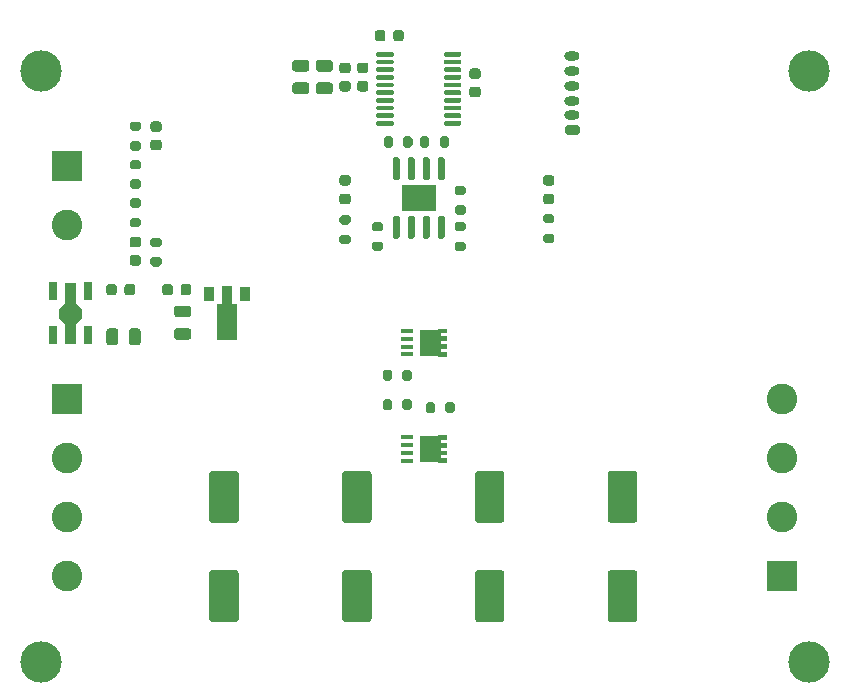
<source format=gbr>
%TF.GenerationSoftware,KiCad,Pcbnew,5.1.10-88a1d61d58~88~ubuntu20.04.1*%
%TF.CreationDate,2021-05-12T04:56:06+02:00*%
%TF.ProjectId,halfVoltageMosfetBoard,68616c66-566f-46c7-9461-67654d6f7366,rev?*%
%TF.SameCoordinates,Original*%
%TF.FileFunction,Soldermask,Top*%
%TF.FilePolarity,Negative*%
%FSLAX46Y46*%
G04 Gerber Fmt 4.6, Leading zero omitted, Abs format (unit mm)*
G04 Created by KiCad (PCBNEW 5.1.10-88a1d61d58~88~ubuntu20.04.1) date 2021-05-12 04:56:06*
%MOMM*%
%LPD*%
G01*
G04 APERTURE LIST*
%ADD10R,2.600000X2.600000*%
%ADD11C,2.600000*%
%ADD12C,3.500000*%
%ADD13O,1.300000X0.800000*%
%ADD14C,0.100000*%
%ADD15R,0.990000X0.405000*%
%ADD16R,0.900000X1.300000*%
%ADD17R,0.700000X1.500000*%
%ADD18R,3.000000X2.290000*%
G04 APERTURE END LIST*
D10*
%TO.C,J2*%
X195750000Y-132000000D03*
D11*
X195750000Y-127000000D03*
X195750000Y-122000000D03*
X195750000Y-117000000D03*
%TD*%
%TO.C,C2*%
G36*
G01*
X140450000Y-112225000D02*
X140450000Y-111275000D01*
G75*
G02*
X140700000Y-111025000I250000J0D01*
G01*
X141200000Y-111025000D01*
G75*
G02*
X141450000Y-111275000I0J-250000D01*
G01*
X141450000Y-112225000D01*
G75*
G02*
X141200000Y-112475000I-250000J0D01*
G01*
X140700000Y-112475000D01*
G75*
G02*
X140450000Y-112225000I0J250000D01*
G01*
G37*
G36*
G01*
X138550000Y-112225000D02*
X138550000Y-111275000D01*
G75*
G02*
X138800000Y-111025000I250000J0D01*
G01*
X139300000Y-111025000D01*
G75*
G02*
X139550000Y-111275000I0J-250000D01*
G01*
X139550000Y-112225000D01*
G75*
G02*
X139300000Y-112475000I-250000J0D01*
G01*
X138800000Y-112475000D01*
G75*
G02*
X138550000Y-112225000I0J250000D01*
G01*
G37*
%TD*%
%TO.C,C3*%
G36*
G01*
X144525000Y-111000000D02*
X145475000Y-111000000D01*
G75*
G02*
X145725000Y-111250000I0J-250000D01*
G01*
X145725000Y-111750000D01*
G75*
G02*
X145475000Y-112000000I-250000J0D01*
G01*
X144525000Y-112000000D01*
G75*
G02*
X144275000Y-111750000I0J250000D01*
G01*
X144275000Y-111250000D01*
G75*
G02*
X144525000Y-111000000I250000J0D01*
G01*
G37*
G36*
G01*
X144525000Y-109100000D02*
X145475000Y-109100000D01*
G75*
G02*
X145725000Y-109350000I0J-250000D01*
G01*
X145725000Y-109850000D01*
G75*
G02*
X145475000Y-110100000I-250000J0D01*
G01*
X144525000Y-110100000D01*
G75*
G02*
X144275000Y-109850000I0J250000D01*
G01*
X144275000Y-109350000D01*
G75*
G02*
X144525000Y-109100000I250000J0D01*
G01*
G37*
%TD*%
%TO.C,C6*%
G36*
G01*
X155475000Y-89300000D02*
X154525000Y-89300000D01*
G75*
G02*
X154275000Y-89050000I0J250000D01*
G01*
X154275000Y-88550000D01*
G75*
G02*
X154525000Y-88300000I250000J0D01*
G01*
X155475000Y-88300000D01*
G75*
G02*
X155725000Y-88550000I0J-250000D01*
G01*
X155725000Y-89050000D01*
G75*
G02*
X155475000Y-89300000I-250000J0D01*
G01*
G37*
G36*
G01*
X155475000Y-91200000D02*
X154525000Y-91200000D01*
G75*
G02*
X154275000Y-90950000I0J250000D01*
G01*
X154275000Y-90450000D01*
G75*
G02*
X154525000Y-90200000I250000J0D01*
G01*
X155475000Y-90200000D01*
G75*
G02*
X155725000Y-90450000I0J-250000D01*
G01*
X155725000Y-90950000D01*
G75*
G02*
X155475000Y-91200000I-250000J0D01*
G01*
G37*
%TD*%
%TO.C,C11*%
G36*
G01*
X157475000Y-89300000D02*
X156525000Y-89300000D01*
G75*
G02*
X156275000Y-89050000I0J250000D01*
G01*
X156275000Y-88550000D01*
G75*
G02*
X156525000Y-88300000I250000J0D01*
G01*
X157475000Y-88300000D01*
G75*
G02*
X157725000Y-88550000I0J-250000D01*
G01*
X157725000Y-89050000D01*
G75*
G02*
X157475000Y-89300000I-250000J0D01*
G01*
G37*
G36*
G01*
X157475000Y-91200000D02*
X156525000Y-91200000D01*
G75*
G02*
X156275000Y-90950000I0J250000D01*
G01*
X156275000Y-90450000D01*
G75*
G02*
X156525000Y-90200000I250000J0D01*
G01*
X157475000Y-90200000D01*
G75*
G02*
X157725000Y-90450000I0J-250000D01*
G01*
X157725000Y-90950000D01*
G75*
G02*
X157475000Y-91200000I-250000J0D01*
G01*
G37*
%TD*%
%TO.C,C15*%
G36*
G01*
X149500000Y-127500000D02*
X147500000Y-127500000D01*
G75*
G02*
X147250000Y-127250000I0J250000D01*
G01*
X147250000Y-123350000D01*
G75*
G02*
X147500000Y-123100000I250000J0D01*
G01*
X149500000Y-123100000D01*
G75*
G02*
X149750000Y-123350000I0J-250000D01*
G01*
X149750000Y-127250000D01*
G75*
G02*
X149500000Y-127500000I-250000J0D01*
G01*
G37*
G36*
G01*
X149500000Y-135900000D02*
X147500000Y-135900000D01*
G75*
G02*
X147250000Y-135650000I0J250000D01*
G01*
X147250000Y-131750000D01*
G75*
G02*
X147500000Y-131500000I250000J0D01*
G01*
X149500000Y-131500000D01*
G75*
G02*
X149750000Y-131750000I0J-250000D01*
G01*
X149750000Y-135650000D01*
G75*
G02*
X149500000Y-135900000I-250000J0D01*
G01*
G37*
%TD*%
%TO.C,C16*%
G36*
G01*
X183250000Y-127500000D02*
X181250000Y-127500000D01*
G75*
G02*
X181000000Y-127250000I0J250000D01*
G01*
X181000000Y-123350000D01*
G75*
G02*
X181250000Y-123100000I250000J0D01*
G01*
X183250000Y-123100000D01*
G75*
G02*
X183500000Y-123350000I0J-250000D01*
G01*
X183500000Y-127250000D01*
G75*
G02*
X183250000Y-127500000I-250000J0D01*
G01*
G37*
G36*
G01*
X183250000Y-135900000D02*
X181250000Y-135900000D01*
G75*
G02*
X181000000Y-135650000I0J250000D01*
G01*
X181000000Y-131750000D01*
G75*
G02*
X181250000Y-131500000I250000J0D01*
G01*
X183250000Y-131500000D01*
G75*
G02*
X183500000Y-131750000I0J-250000D01*
G01*
X183500000Y-135650000D01*
G75*
G02*
X183250000Y-135900000I-250000J0D01*
G01*
G37*
%TD*%
%TO.C,C17*%
G36*
G01*
X172000000Y-127500000D02*
X170000000Y-127500000D01*
G75*
G02*
X169750000Y-127250000I0J250000D01*
G01*
X169750000Y-123350000D01*
G75*
G02*
X170000000Y-123100000I250000J0D01*
G01*
X172000000Y-123100000D01*
G75*
G02*
X172250000Y-123350000I0J-250000D01*
G01*
X172250000Y-127250000D01*
G75*
G02*
X172000000Y-127500000I-250000J0D01*
G01*
G37*
G36*
G01*
X172000000Y-135900000D02*
X170000000Y-135900000D01*
G75*
G02*
X169750000Y-135650000I0J250000D01*
G01*
X169750000Y-131750000D01*
G75*
G02*
X170000000Y-131500000I250000J0D01*
G01*
X172000000Y-131500000D01*
G75*
G02*
X172250000Y-131750000I0J-250000D01*
G01*
X172250000Y-135650000D01*
G75*
G02*
X172000000Y-135900000I-250000J0D01*
G01*
G37*
%TD*%
%TO.C,C18*%
G36*
G01*
X160750000Y-127500000D02*
X158750000Y-127500000D01*
G75*
G02*
X158500000Y-127250000I0J250000D01*
G01*
X158500000Y-123350000D01*
G75*
G02*
X158750000Y-123100000I250000J0D01*
G01*
X160750000Y-123100000D01*
G75*
G02*
X161000000Y-123350000I0J-250000D01*
G01*
X161000000Y-127250000D01*
G75*
G02*
X160750000Y-127500000I-250000J0D01*
G01*
G37*
G36*
G01*
X160750000Y-135900000D02*
X158750000Y-135900000D01*
G75*
G02*
X158500000Y-135650000I0J250000D01*
G01*
X158500000Y-131750000D01*
G75*
G02*
X158750000Y-131500000I250000J0D01*
G01*
X160750000Y-131500000D01*
G75*
G02*
X161000000Y-131750000I0J-250000D01*
G01*
X161000000Y-135650000D01*
G75*
G02*
X160750000Y-135900000I-250000J0D01*
G01*
G37*
%TD*%
%TO.C,D1*%
G36*
G01*
X176256250Y-98937500D02*
X175743750Y-98937500D01*
G75*
G02*
X175525000Y-98718750I0J218750D01*
G01*
X175525000Y-98281250D01*
G75*
G02*
X175743750Y-98062500I218750J0D01*
G01*
X176256250Y-98062500D01*
G75*
G02*
X176475000Y-98281250I0J-218750D01*
G01*
X176475000Y-98718750D01*
G75*
G02*
X176256250Y-98937500I-218750J0D01*
G01*
G37*
G36*
G01*
X176256250Y-100512500D02*
X175743750Y-100512500D01*
G75*
G02*
X175525000Y-100293750I0J218750D01*
G01*
X175525000Y-99856250D01*
G75*
G02*
X175743750Y-99637500I218750J0D01*
G01*
X176256250Y-99637500D01*
G75*
G02*
X176475000Y-99856250I0J-218750D01*
G01*
X176475000Y-100293750D01*
G75*
G02*
X176256250Y-100512500I-218750J0D01*
G01*
G37*
%TD*%
%TO.C,D2*%
G36*
G01*
X159006250Y-98937500D02*
X158493750Y-98937500D01*
G75*
G02*
X158275000Y-98718750I0J218750D01*
G01*
X158275000Y-98281250D01*
G75*
G02*
X158493750Y-98062500I218750J0D01*
G01*
X159006250Y-98062500D01*
G75*
G02*
X159225000Y-98281250I0J-218750D01*
G01*
X159225000Y-98718750D01*
G75*
G02*
X159006250Y-98937500I-218750J0D01*
G01*
G37*
G36*
G01*
X159006250Y-100512500D02*
X158493750Y-100512500D01*
G75*
G02*
X158275000Y-100293750I0J218750D01*
G01*
X158275000Y-99856250D01*
G75*
G02*
X158493750Y-99637500I218750J0D01*
G01*
X159006250Y-99637500D01*
G75*
G02*
X159225000Y-99856250I0J-218750D01*
G01*
X159225000Y-100293750D01*
G75*
G02*
X159006250Y-100512500I-218750J0D01*
G01*
G37*
%TD*%
D12*
%TO.C,H1*%
X198000000Y-139250000D03*
%TD*%
%TO.C,H2*%
X198000000Y-89250000D03*
%TD*%
%TO.C,H3*%
X133000000Y-139250000D03*
%TD*%
%TO.C,H4*%
X133000000Y-89250000D03*
%TD*%
D11*
%TO.C,J5*%
X135250000Y-102250000D03*
D10*
X135250000Y-97250000D03*
%TD*%
D13*
%TO.C,J_SWD1*%
X178000000Y-88000000D03*
X178000000Y-89250000D03*
X178000000Y-90500000D03*
X178000000Y-91750000D03*
X178000000Y-93000000D03*
G36*
G01*
X178450000Y-94650000D02*
X177550000Y-94650000D01*
G75*
G02*
X177350000Y-94450000I0J200000D01*
G01*
X177350000Y-94050000D01*
G75*
G02*
X177550000Y-93850000I200000J0D01*
G01*
X178450000Y-93850000D01*
G75*
G02*
X178650000Y-94050000I0J-200000D01*
G01*
X178650000Y-94450000D01*
G75*
G02*
X178450000Y-94650000I-200000J0D01*
G01*
G37*
%TD*%
D14*
%TO.C,Q1*%
G36*
X167372500Y-111462500D02*
G01*
X166862500Y-111462500D01*
X166862500Y-111717500D01*
X167372500Y-111717500D01*
X167372500Y-112122500D01*
X166862500Y-112122500D01*
X166862500Y-112377500D01*
X167372500Y-112377500D01*
X167372500Y-112782500D01*
X166862500Y-112782500D01*
X166862500Y-113037500D01*
X167372500Y-113037500D01*
X167372500Y-113445000D01*
X166612500Y-113445000D01*
X166612500Y-113367500D01*
X165137500Y-113367500D01*
X165137500Y-111132500D01*
X166612500Y-111132500D01*
X166612500Y-111055000D01*
X167372500Y-111055000D01*
X167372500Y-111462500D01*
G37*
D15*
X164007500Y-113240000D03*
X164007500Y-112580000D03*
X164007500Y-111920000D03*
X164007500Y-111260000D03*
%TD*%
D14*
%TO.C,Q2*%
G36*
X167372500Y-120462500D02*
G01*
X166862500Y-120462500D01*
X166862500Y-120717500D01*
X167372500Y-120717500D01*
X167372500Y-121122500D01*
X166862500Y-121122500D01*
X166862500Y-121377500D01*
X167372500Y-121377500D01*
X167372500Y-121782500D01*
X166862500Y-121782500D01*
X166862500Y-122037500D01*
X167372500Y-122037500D01*
X167372500Y-122445000D01*
X166612500Y-122445000D01*
X166612500Y-122367500D01*
X165137500Y-122367500D01*
X165137500Y-120132500D01*
X166612500Y-120132500D01*
X166612500Y-120055000D01*
X167372500Y-120055000D01*
X167372500Y-120462500D01*
G37*
D15*
X164007500Y-122240000D03*
X164007500Y-121580000D03*
X164007500Y-120920000D03*
X164007500Y-120260000D03*
%TD*%
%TO.C,R1*%
G36*
G01*
X140725000Y-101675000D02*
X141275000Y-101675000D01*
G75*
G02*
X141475000Y-101875000I0J-200000D01*
G01*
X141475000Y-102275000D01*
G75*
G02*
X141275000Y-102475000I-200000J0D01*
G01*
X140725000Y-102475000D01*
G75*
G02*
X140525000Y-102275000I0J200000D01*
G01*
X140525000Y-101875000D01*
G75*
G02*
X140725000Y-101675000I200000J0D01*
G01*
G37*
G36*
G01*
X140725000Y-100025000D02*
X141275000Y-100025000D01*
G75*
G02*
X141475000Y-100225000I0J-200000D01*
G01*
X141475000Y-100625000D01*
G75*
G02*
X141275000Y-100825000I-200000J0D01*
G01*
X140725000Y-100825000D01*
G75*
G02*
X140525000Y-100625000I0J200000D01*
G01*
X140525000Y-100225000D01*
G75*
G02*
X140725000Y-100025000I200000J0D01*
G01*
G37*
%TD*%
%TO.C,R2*%
G36*
G01*
X142475000Y-105000000D02*
X143025000Y-105000000D01*
G75*
G02*
X143225000Y-105200000I0J-200000D01*
G01*
X143225000Y-105600000D01*
G75*
G02*
X143025000Y-105800000I-200000J0D01*
G01*
X142475000Y-105800000D01*
G75*
G02*
X142275000Y-105600000I0J200000D01*
G01*
X142275000Y-105200000D01*
G75*
G02*
X142475000Y-105000000I200000J0D01*
G01*
G37*
G36*
G01*
X142475000Y-103350000D02*
X143025000Y-103350000D01*
G75*
G02*
X143225000Y-103550000I0J-200000D01*
G01*
X143225000Y-103950000D01*
G75*
G02*
X143025000Y-104150000I-200000J0D01*
G01*
X142475000Y-104150000D01*
G75*
G02*
X142275000Y-103950000I0J200000D01*
G01*
X142275000Y-103550000D01*
G75*
G02*
X142475000Y-103350000I200000J0D01*
G01*
G37*
%TD*%
%TO.C,R3*%
G36*
G01*
X141275000Y-97575000D02*
X140725000Y-97575000D01*
G75*
G02*
X140525000Y-97375000I0J200000D01*
G01*
X140525000Y-96975000D01*
G75*
G02*
X140725000Y-96775000I200000J0D01*
G01*
X141275000Y-96775000D01*
G75*
G02*
X141475000Y-96975000I0J-200000D01*
G01*
X141475000Y-97375000D01*
G75*
G02*
X141275000Y-97575000I-200000J0D01*
G01*
G37*
G36*
G01*
X141275000Y-99225000D02*
X140725000Y-99225000D01*
G75*
G02*
X140525000Y-99025000I0J200000D01*
G01*
X140525000Y-98625000D01*
G75*
G02*
X140725000Y-98425000I200000J0D01*
G01*
X141275000Y-98425000D01*
G75*
G02*
X141475000Y-98625000I0J-200000D01*
G01*
X141475000Y-99025000D01*
G75*
G02*
X141275000Y-99225000I-200000J0D01*
G01*
G37*
%TD*%
%TO.C,R4*%
G36*
G01*
X141275000Y-94325000D02*
X140725000Y-94325000D01*
G75*
G02*
X140525000Y-94125000I0J200000D01*
G01*
X140525000Y-93725000D01*
G75*
G02*
X140725000Y-93525000I200000J0D01*
G01*
X141275000Y-93525000D01*
G75*
G02*
X141475000Y-93725000I0J-200000D01*
G01*
X141475000Y-94125000D01*
G75*
G02*
X141275000Y-94325000I-200000J0D01*
G01*
G37*
G36*
G01*
X141275000Y-95975000D02*
X140725000Y-95975000D01*
G75*
G02*
X140525000Y-95775000I0J200000D01*
G01*
X140525000Y-95375000D01*
G75*
G02*
X140725000Y-95175000I200000J0D01*
G01*
X141275000Y-95175000D01*
G75*
G02*
X141475000Y-95375000I0J-200000D01*
G01*
X141475000Y-95775000D01*
G75*
G02*
X141275000Y-95975000I-200000J0D01*
G01*
G37*
%TD*%
%TO.C,R5*%
G36*
G01*
X168225000Y-100600000D02*
X168775000Y-100600000D01*
G75*
G02*
X168975000Y-100800000I0J-200000D01*
G01*
X168975000Y-101200000D01*
G75*
G02*
X168775000Y-101400000I-200000J0D01*
G01*
X168225000Y-101400000D01*
G75*
G02*
X168025000Y-101200000I0J200000D01*
G01*
X168025000Y-100800000D01*
G75*
G02*
X168225000Y-100600000I200000J0D01*
G01*
G37*
G36*
G01*
X168225000Y-98950000D02*
X168775000Y-98950000D01*
G75*
G02*
X168975000Y-99150000I0J-200000D01*
G01*
X168975000Y-99550000D01*
G75*
G02*
X168775000Y-99750000I-200000J0D01*
G01*
X168225000Y-99750000D01*
G75*
G02*
X168025000Y-99550000I0J200000D01*
G01*
X168025000Y-99150000D01*
G75*
G02*
X168225000Y-98950000I200000J0D01*
G01*
G37*
%TD*%
%TO.C,R6*%
G36*
G01*
X175725000Y-103000000D02*
X176275000Y-103000000D01*
G75*
G02*
X176475000Y-103200000I0J-200000D01*
G01*
X176475000Y-103600000D01*
G75*
G02*
X176275000Y-103800000I-200000J0D01*
G01*
X175725000Y-103800000D01*
G75*
G02*
X175525000Y-103600000I0J200000D01*
G01*
X175525000Y-103200000D01*
G75*
G02*
X175725000Y-103000000I200000J0D01*
G01*
G37*
G36*
G01*
X175725000Y-101350000D02*
X176275000Y-101350000D01*
G75*
G02*
X176475000Y-101550000I0J-200000D01*
G01*
X176475000Y-101950000D01*
G75*
G02*
X176275000Y-102150000I-200000J0D01*
G01*
X175725000Y-102150000D01*
G75*
G02*
X175525000Y-101950000I0J200000D01*
G01*
X175525000Y-101550000D01*
G75*
G02*
X175725000Y-101350000I200000J0D01*
G01*
G37*
%TD*%
%TO.C,R7*%
G36*
G01*
X158475000Y-103100000D02*
X159025000Y-103100000D01*
G75*
G02*
X159225000Y-103300000I0J-200000D01*
G01*
X159225000Y-103700000D01*
G75*
G02*
X159025000Y-103900000I-200000J0D01*
G01*
X158475000Y-103900000D01*
G75*
G02*
X158275000Y-103700000I0J200000D01*
G01*
X158275000Y-103300000D01*
G75*
G02*
X158475000Y-103100000I200000J0D01*
G01*
G37*
G36*
G01*
X158475000Y-101450000D02*
X159025000Y-101450000D01*
G75*
G02*
X159225000Y-101650000I0J-200000D01*
G01*
X159225000Y-102050000D01*
G75*
G02*
X159025000Y-102250000I-200000J0D01*
G01*
X158475000Y-102250000D01*
G75*
G02*
X158275000Y-102050000I0J200000D01*
G01*
X158275000Y-101650000D01*
G75*
G02*
X158475000Y-101450000I200000J0D01*
G01*
G37*
%TD*%
%TO.C,R8*%
G36*
G01*
X166750000Y-95525000D02*
X166750000Y-94975000D01*
G75*
G02*
X166950000Y-94775000I200000J0D01*
G01*
X167350000Y-94775000D01*
G75*
G02*
X167550000Y-94975000I0J-200000D01*
G01*
X167550000Y-95525000D01*
G75*
G02*
X167350000Y-95725000I-200000J0D01*
G01*
X166950000Y-95725000D01*
G75*
G02*
X166750000Y-95525000I0J200000D01*
G01*
G37*
G36*
G01*
X165100000Y-95525000D02*
X165100000Y-94975000D01*
G75*
G02*
X165300000Y-94775000I200000J0D01*
G01*
X165700000Y-94775000D01*
G75*
G02*
X165900000Y-94975000I0J-200000D01*
G01*
X165900000Y-95525000D01*
G75*
G02*
X165700000Y-95725000I-200000J0D01*
G01*
X165300000Y-95725000D01*
G75*
G02*
X165100000Y-95525000I0J200000D01*
G01*
G37*
%TD*%
%TO.C,R9*%
G36*
G01*
X162825000Y-94975000D02*
X162825000Y-95525000D01*
G75*
G02*
X162625000Y-95725000I-200000J0D01*
G01*
X162225000Y-95725000D01*
G75*
G02*
X162025000Y-95525000I0J200000D01*
G01*
X162025000Y-94975000D01*
G75*
G02*
X162225000Y-94775000I200000J0D01*
G01*
X162625000Y-94775000D01*
G75*
G02*
X162825000Y-94975000I0J-200000D01*
G01*
G37*
G36*
G01*
X164475000Y-94975000D02*
X164475000Y-95525000D01*
G75*
G02*
X164275000Y-95725000I-200000J0D01*
G01*
X163875000Y-95725000D01*
G75*
G02*
X163675000Y-95525000I0J200000D01*
G01*
X163675000Y-94975000D01*
G75*
G02*
X163875000Y-94775000I200000J0D01*
G01*
X164275000Y-94775000D01*
G75*
G02*
X164475000Y-94975000I0J-200000D01*
G01*
G37*
%TD*%
%TO.C,R10*%
G36*
G01*
X162750000Y-114725000D02*
X162750000Y-115275000D01*
G75*
G02*
X162550000Y-115475000I-200000J0D01*
G01*
X162150000Y-115475000D01*
G75*
G02*
X161950000Y-115275000I0J200000D01*
G01*
X161950000Y-114725000D01*
G75*
G02*
X162150000Y-114525000I200000J0D01*
G01*
X162550000Y-114525000D01*
G75*
G02*
X162750000Y-114725000I0J-200000D01*
G01*
G37*
G36*
G01*
X164400000Y-114725000D02*
X164400000Y-115275000D01*
G75*
G02*
X164200000Y-115475000I-200000J0D01*
G01*
X163800000Y-115475000D01*
G75*
G02*
X163600000Y-115275000I0J200000D01*
G01*
X163600000Y-114725000D01*
G75*
G02*
X163800000Y-114525000I200000J0D01*
G01*
X164200000Y-114525000D01*
G75*
G02*
X164400000Y-114725000I0J-200000D01*
G01*
G37*
%TD*%
%TO.C,R11*%
G36*
G01*
X163600000Y-117775000D02*
X163600000Y-117225000D01*
G75*
G02*
X163800000Y-117025000I200000J0D01*
G01*
X164200000Y-117025000D01*
G75*
G02*
X164400000Y-117225000I0J-200000D01*
G01*
X164400000Y-117775000D01*
G75*
G02*
X164200000Y-117975000I-200000J0D01*
G01*
X163800000Y-117975000D01*
G75*
G02*
X163600000Y-117775000I0J200000D01*
G01*
G37*
G36*
G01*
X161950000Y-117775000D02*
X161950000Y-117225000D01*
G75*
G02*
X162150000Y-117025000I200000J0D01*
G01*
X162550000Y-117025000D01*
G75*
G02*
X162750000Y-117225000I0J-200000D01*
G01*
X162750000Y-117775000D01*
G75*
G02*
X162550000Y-117975000I-200000J0D01*
G01*
X162150000Y-117975000D01*
G75*
G02*
X161950000Y-117775000I0J200000D01*
G01*
G37*
%TD*%
%TO.C,R12*%
G36*
G01*
X161225000Y-103675000D02*
X161775000Y-103675000D01*
G75*
G02*
X161975000Y-103875000I0J-200000D01*
G01*
X161975000Y-104275000D01*
G75*
G02*
X161775000Y-104475000I-200000J0D01*
G01*
X161225000Y-104475000D01*
G75*
G02*
X161025000Y-104275000I0J200000D01*
G01*
X161025000Y-103875000D01*
G75*
G02*
X161225000Y-103675000I200000J0D01*
G01*
G37*
G36*
G01*
X161225000Y-102025000D02*
X161775000Y-102025000D01*
G75*
G02*
X161975000Y-102225000I0J-200000D01*
G01*
X161975000Y-102625000D01*
G75*
G02*
X161775000Y-102825000I-200000J0D01*
G01*
X161225000Y-102825000D01*
G75*
G02*
X161025000Y-102625000I0J200000D01*
G01*
X161025000Y-102225000D01*
G75*
G02*
X161225000Y-102025000I200000J0D01*
G01*
G37*
%TD*%
%TO.C,R13*%
G36*
G01*
X168775000Y-102825000D02*
X168225000Y-102825000D01*
G75*
G02*
X168025000Y-102625000I0J200000D01*
G01*
X168025000Y-102225000D01*
G75*
G02*
X168225000Y-102025000I200000J0D01*
G01*
X168775000Y-102025000D01*
G75*
G02*
X168975000Y-102225000I0J-200000D01*
G01*
X168975000Y-102625000D01*
G75*
G02*
X168775000Y-102825000I-200000J0D01*
G01*
G37*
G36*
G01*
X168775000Y-104475000D02*
X168225000Y-104475000D01*
G75*
G02*
X168025000Y-104275000I0J200000D01*
G01*
X168025000Y-103875000D01*
G75*
G02*
X168225000Y-103675000I200000J0D01*
G01*
X168775000Y-103675000D01*
G75*
G02*
X168975000Y-103875000I0J-200000D01*
G01*
X168975000Y-104275000D01*
G75*
G02*
X168775000Y-104475000I-200000J0D01*
G01*
G37*
%TD*%
%TO.C,TH1*%
G36*
G01*
X167250000Y-118025000D02*
X167250000Y-117475000D01*
G75*
G02*
X167450000Y-117275000I200000J0D01*
G01*
X167850000Y-117275000D01*
G75*
G02*
X168050000Y-117475000I0J-200000D01*
G01*
X168050000Y-118025000D01*
G75*
G02*
X167850000Y-118225000I-200000J0D01*
G01*
X167450000Y-118225000D01*
G75*
G02*
X167250000Y-118025000I0J200000D01*
G01*
G37*
G36*
G01*
X165600000Y-118025000D02*
X165600000Y-117475000D01*
G75*
G02*
X165800000Y-117275000I200000J0D01*
G01*
X166200000Y-117275000D01*
G75*
G02*
X166400000Y-117475000I0J-200000D01*
G01*
X166400000Y-118025000D01*
G75*
G02*
X166200000Y-118225000I-200000J0D01*
G01*
X165800000Y-118225000D01*
G75*
G02*
X165600000Y-118025000I0J200000D01*
G01*
G37*
%TD*%
%TO.C,U1*%
G36*
G01*
X167125000Y-87925000D02*
X167125000Y-87725000D01*
G75*
G02*
X167225000Y-87625000I100000J0D01*
G01*
X168500000Y-87625000D01*
G75*
G02*
X168600000Y-87725000I0J-100000D01*
G01*
X168600000Y-87925000D01*
G75*
G02*
X168500000Y-88025000I-100000J0D01*
G01*
X167225000Y-88025000D01*
G75*
G02*
X167125000Y-87925000I0J100000D01*
G01*
G37*
G36*
G01*
X167125000Y-88575000D02*
X167125000Y-88375000D01*
G75*
G02*
X167225000Y-88275000I100000J0D01*
G01*
X168500000Y-88275000D01*
G75*
G02*
X168600000Y-88375000I0J-100000D01*
G01*
X168600000Y-88575000D01*
G75*
G02*
X168500000Y-88675000I-100000J0D01*
G01*
X167225000Y-88675000D01*
G75*
G02*
X167125000Y-88575000I0J100000D01*
G01*
G37*
G36*
G01*
X167125000Y-89225000D02*
X167125000Y-89025000D01*
G75*
G02*
X167225000Y-88925000I100000J0D01*
G01*
X168500000Y-88925000D01*
G75*
G02*
X168600000Y-89025000I0J-100000D01*
G01*
X168600000Y-89225000D01*
G75*
G02*
X168500000Y-89325000I-100000J0D01*
G01*
X167225000Y-89325000D01*
G75*
G02*
X167125000Y-89225000I0J100000D01*
G01*
G37*
G36*
G01*
X167125000Y-89875000D02*
X167125000Y-89675000D01*
G75*
G02*
X167225000Y-89575000I100000J0D01*
G01*
X168500000Y-89575000D01*
G75*
G02*
X168600000Y-89675000I0J-100000D01*
G01*
X168600000Y-89875000D01*
G75*
G02*
X168500000Y-89975000I-100000J0D01*
G01*
X167225000Y-89975000D01*
G75*
G02*
X167125000Y-89875000I0J100000D01*
G01*
G37*
G36*
G01*
X167125000Y-90525000D02*
X167125000Y-90325000D01*
G75*
G02*
X167225000Y-90225000I100000J0D01*
G01*
X168500000Y-90225000D01*
G75*
G02*
X168600000Y-90325000I0J-100000D01*
G01*
X168600000Y-90525000D01*
G75*
G02*
X168500000Y-90625000I-100000J0D01*
G01*
X167225000Y-90625000D01*
G75*
G02*
X167125000Y-90525000I0J100000D01*
G01*
G37*
G36*
G01*
X167125000Y-91175000D02*
X167125000Y-90975000D01*
G75*
G02*
X167225000Y-90875000I100000J0D01*
G01*
X168500000Y-90875000D01*
G75*
G02*
X168600000Y-90975000I0J-100000D01*
G01*
X168600000Y-91175000D01*
G75*
G02*
X168500000Y-91275000I-100000J0D01*
G01*
X167225000Y-91275000D01*
G75*
G02*
X167125000Y-91175000I0J100000D01*
G01*
G37*
G36*
G01*
X167125000Y-91825000D02*
X167125000Y-91625000D01*
G75*
G02*
X167225000Y-91525000I100000J0D01*
G01*
X168500000Y-91525000D01*
G75*
G02*
X168600000Y-91625000I0J-100000D01*
G01*
X168600000Y-91825000D01*
G75*
G02*
X168500000Y-91925000I-100000J0D01*
G01*
X167225000Y-91925000D01*
G75*
G02*
X167125000Y-91825000I0J100000D01*
G01*
G37*
G36*
G01*
X167125000Y-92475000D02*
X167125000Y-92275000D01*
G75*
G02*
X167225000Y-92175000I100000J0D01*
G01*
X168500000Y-92175000D01*
G75*
G02*
X168600000Y-92275000I0J-100000D01*
G01*
X168600000Y-92475000D01*
G75*
G02*
X168500000Y-92575000I-100000J0D01*
G01*
X167225000Y-92575000D01*
G75*
G02*
X167125000Y-92475000I0J100000D01*
G01*
G37*
G36*
G01*
X167125000Y-93125000D02*
X167125000Y-92925000D01*
G75*
G02*
X167225000Y-92825000I100000J0D01*
G01*
X168500000Y-92825000D01*
G75*
G02*
X168600000Y-92925000I0J-100000D01*
G01*
X168600000Y-93125000D01*
G75*
G02*
X168500000Y-93225000I-100000J0D01*
G01*
X167225000Y-93225000D01*
G75*
G02*
X167125000Y-93125000I0J100000D01*
G01*
G37*
G36*
G01*
X167125000Y-93775000D02*
X167125000Y-93575000D01*
G75*
G02*
X167225000Y-93475000I100000J0D01*
G01*
X168500000Y-93475000D01*
G75*
G02*
X168600000Y-93575000I0J-100000D01*
G01*
X168600000Y-93775000D01*
G75*
G02*
X168500000Y-93875000I-100000J0D01*
G01*
X167225000Y-93875000D01*
G75*
G02*
X167125000Y-93775000I0J100000D01*
G01*
G37*
G36*
G01*
X161400000Y-93775000D02*
X161400000Y-93575000D01*
G75*
G02*
X161500000Y-93475000I100000J0D01*
G01*
X162775000Y-93475000D01*
G75*
G02*
X162875000Y-93575000I0J-100000D01*
G01*
X162875000Y-93775000D01*
G75*
G02*
X162775000Y-93875000I-100000J0D01*
G01*
X161500000Y-93875000D01*
G75*
G02*
X161400000Y-93775000I0J100000D01*
G01*
G37*
G36*
G01*
X161400000Y-93125000D02*
X161400000Y-92925000D01*
G75*
G02*
X161500000Y-92825000I100000J0D01*
G01*
X162775000Y-92825000D01*
G75*
G02*
X162875000Y-92925000I0J-100000D01*
G01*
X162875000Y-93125000D01*
G75*
G02*
X162775000Y-93225000I-100000J0D01*
G01*
X161500000Y-93225000D01*
G75*
G02*
X161400000Y-93125000I0J100000D01*
G01*
G37*
G36*
G01*
X161400000Y-92475000D02*
X161400000Y-92275000D01*
G75*
G02*
X161500000Y-92175000I100000J0D01*
G01*
X162775000Y-92175000D01*
G75*
G02*
X162875000Y-92275000I0J-100000D01*
G01*
X162875000Y-92475000D01*
G75*
G02*
X162775000Y-92575000I-100000J0D01*
G01*
X161500000Y-92575000D01*
G75*
G02*
X161400000Y-92475000I0J100000D01*
G01*
G37*
G36*
G01*
X161400000Y-91825000D02*
X161400000Y-91625000D01*
G75*
G02*
X161500000Y-91525000I100000J0D01*
G01*
X162775000Y-91525000D01*
G75*
G02*
X162875000Y-91625000I0J-100000D01*
G01*
X162875000Y-91825000D01*
G75*
G02*
X162775000Y-91925000I-100000J0D01*
G01*
X161500000Y-91925000D01*
G75*
G02*
X161400000Y-91825000I0J100000D01*
G01*
G37*
G36*
G01*
X161400000Y-91175000D02*
X161400000Y-90975000D01*
G75*
G02*
X161500000Y-90875000I100000J0D01*
G01*
X162775000Y-90875000D01*
G75*
G02*
X162875000Y-90975000I0J-100000D01*
G01*
X162875000Y-91175000D01*
G75*
G02*
X162775000Y-91275000I-100000J0D01*
G01*
X161500000Y-91275000D01*
G75*
G02*
X161400000Y-91175000I0J100000D01*
G01*
G37*
G36*
G01*
X161400000Y-90525000D02*
X161400000Y-90325000D01*
G75*
G02*
X161500000Y-90225000I100000J0D01*
G01*
X162775000Y-90225000D01*
G75*
G02*
X162875000Y-90325000I0J-100000D01*
G01*
X162875000Y-90525000D01*
G75*
G02*
X162775000Y-90625000I-100000J0D01*
G01*
X161500000Y-90625000D01*
G75*
G02*
X161400000Y-90525000I0J100000D01*
G01*
G37*
G36*
G01*
X161400000Y-89875000D02*
X161400000Y-89675000D01*
G75*
G02*
X161500000Y-89575000I100000J0D01*
G01*
X162775000Y-89575000D01*
G75*
G02*
X162875000Y-89675000I0J-100000D01*
G01*
X162875000Y-89875000D01*
G75*
G02*
X162775000Y-89975000I-100000J0D01*
G01*
X161500000Y-89975000D01*
G75*
G02*
X161400000Y-89875000I0J100000D01*
G01*
G37*
G36*
G01*
X161400000Y-89225000D02*
X161400000Y-89025000D01*
G75*
G02*
X161500000Y-88925000I100000J0D01*
G01*
X162775000Y-88925000D01*
G75*
G02*
X162875000Y-89025000I0J-100000D01*
G01*
X162875000Y-89225000D01*
G75*
G02*
X162775000Y-89325000I-100000J0D01*
G01*
X161500000Y-89325000D01*
G75*
G02*
X161400000Y-89225000I0J100000D01*
G01*
G37*
G36*
G01*
X161400000Y-88575000D02*
X161400000Y-88375000D01*
G75*
G02*
X161500000Y-88275000I100000J0D01*
G01*
X162775000Y-88275000D01*
G75*
G02*
X162875000Y-88375000I0J-100000D01*
G01*
X162875000Y-88575000D01*
G75*
G02*
X162775000Y-88675000I-100000J0D01*
G01*
X161500000Y-88675000D01*
G75*
G02*
X161400000Y-88575000I0J100000D01*
G01*
G37*
G36*
G01*
X161400000Y-87925000D02*
X161400000Y-87725000D01*
G75*
G02*
X161500000Y-87625000I100000J0D01*
G01*
X162775000Y-87625000D01*
G75*
G02*
X162875000Y-87725000I0J-100000D01*
G01*
X162875000Y-87925000D01*
G75*
G02*
X162775000Y-88025000I-100000J0D01*
G01*
X161500000Y-88025000D01*
G75*
G02*
X161400000Y-87925000I0J100000D01*
G01*
G37*
%TD*%
D14*
%TO.C,U2*%
G36*
X147883500Y-112050000D02*
G01*
X147883500Y-108925000D01*
X148300000Y-108925000D01*
X148300000Y-107450000D01*
X149200000Y-107450000D01*
X149200000Y-108925000D01*
X149616500Y-108925000D01*
X149616500Y-112050000D01*
X147883500Y-112050000D01*
G37*
D16*
X147250000Y-108100000D03*
X150250000Y-108100000D03*
%TD*%
D14*
%TO.C,U3*%
G36*
X136000000Y-110650000D02*
G01*
X136000000Y-112350000D01*
X135000000Y-112350000D01*
X135000000Y-110650000D01*
X134500000Y-110150000D01*
X134500000Y-109350000D01*
X135000000Y-108850000D01*
X135000000Y-107150000D01*
X136000000Y-107150000D01*
X136000000Y-108850000D01*
X136500000Y-109350000D01*
X136500000Y-110150000D01*
X136000000Y-110650000D01*
G37*
D17*
X134000000Y-107900000D03*
X137000000Y-107900000D03*
X134000000Y-111600000D03*
X137000000Y-111600000D03*
%TD*%
D18*
%TO.C,U4*%
X165000000Y-100000000D03*
G36*
G01*
X166755000Y-101500000D02*
X167055000Y-101500000D01*
G75*
G02*
X167205000Y-101650000I0J-150000D01*
G01*
X167205000Y-103300000D01*
G75*
G02*
X167055000Y-103450000I-150000J0D01*
G01*
X166755000Y-103450000D01*
G75*
G02*
X166605000Y-103300000I0J150000D01*
G01*
X166605000Y-101650000D01*
G75*
G02*
X166755000Y-101500000I150000J0D01*
G01*
G37*
G36*
G01*
X165485000Y-101500000D02*
X165785000Y-101500000D01*
G75*
G02*
X165935000Y-101650000I0J-150000D01*
G01*
X165935000Y-103300000D01*
G75*
G02*
X165785000Y-103450000I-150000J0D01*
G01*
X165485000Y-103450000D01*
G75*
G02*
X165335000Y-103300000I0J150000D01*
G01*
X165335000Y-101650000D01*
G75*
G02*
X165485000Y-101500000I150000J0D01*
G01*
G37*
G36*
G01*
X164215000Y-101500000D02*
X164515000Y-101500000D01*
G75*
G02*
X164665000Y-101650000I0J-150000D01*
G01*
X164665000Y-103300000D01*
G75*
G02*
X164515000Y-103450000I-150000J0D01*
G01*
X164215000Y-103450000D01*
G75*
G02*
X164065000Y-103300000I0J150000D01*
G01*
X164065000Y-101650000D01*
G75*
G02*
X164215000Y-101500000I150000J0D01*
G01*
G37*
G36*
G01*
X162945000Y-101500000D02*
X163245000Y-101500000D01*
G75*
G02*
X163395000Y-101650000I0J-150000D01*
G01*
X163395000Y-103300000D01*
G75*
G02*
X163245000Y-103450000I-150000J0D01*
G01*
X162945000Y-103450000D01*
G75*
G02*
X162795000Y-103300000I0J150000D01*
G01*
X162795000Y-101650000D01*
G75*
G02*
X162945000Y-101500000I150000J0D01*
G01*
G37*
G36*
G01*
X162945000Y-96550000D02*
X163245000Y-96550000D01*
G75*
G02*
X163395000Y-96700000I0J-150000D01*
G01*
X163395000Y-98350000D01*
G75*
G02*
X163245000Y-98500000I-150000J0D01*
G01*
X162945000Y-98500000D01*
G75*
G02*
X162795000Y-98350000I0J150000D01*
G01*
X162795000Y-96700000D01*
G75*
G02*
X162945000Y-96550000I150000J0D01*
G01*
G37*
G36*
G01*
X164215000Y-96550000D02*
X164515000Y-96550000D01*
G75*
G02*
X164665000Y-96700000I0J-150000D01*
G01*
X164665000Y-98350000D01*
G75*
G02*
X164515000Y-98500000I-150000J0D01*
G01*
X164215000Y-98500000D01*
G75*
G02*
X164065000Y-98350000I0J150000D01*
G01*
X164065000Y-96700000D01*
G75*
G02*
X164215000Y-96550000I150000J0D01*
G01*
G37*
G36*
G01*
X165485000Y-96550000D02*
X165785000Y-96550000D01*
G75*
G02*
X165935000Y-96700000I0J-150000D01*
G01*
X165935000Y-98350000D01*
G75*
G02*
X165785000Y-98500000I-150000J0D01*
G01*
X165485000Y-98500000D01*
G75*
G02*
X165335000Y-98350000I0J150000D01*
G01*
X165335000Y-96700000D01*
G75*
G02*
X165485000Y-96550000I150000J0D01*
G01*
G37*
G36*
G01*
X166755000Y-96550000D02*
X167055000Y-96550000D01*
G75*
G02*
X167205000Y-96700000I0J-150000D01*
G01*
X167205000Y-98350000D01*
G75*
G02*
X167055000Y-98500000I-150000J0D01*
G01*
X166755000Y-98500000D01*
G75*
G02*
X166605000Y-98350000I0J150000D01*
G01*
X166605000Y-96700000D01*
G75*
G02*
X166755000Y-96550000I150000J0D01*
G01*
G37*
%TD*%
%TO.C,C1*%
G36*
G01*
X162175000Y-86000000D02*
X162175000Y-86500000D01*
G75*
G02*
X161950000Y-86725000I-225000J0D01*
G01*
X161500000Y-86725000D01*
G75*
G02*
X161275000Y-86500000I0J225000D01*
G01*
X161275000Y-86000000D01*
G75*
G02*
X161500000Y-85775000I225000J0D01*
G01*
X161950000Y-85775000D01*
G75*
G02*
X162175000Y-86000000I0J-225000D01*
G01*
G37*
G36*
G01*
X163725000Y-86000000D02*
X163725000Y-86500000D01*
G75*
G02*
X163500000Y-86725000I-225000J0D01*
G01*
X163050000Y-86725000D01*
G75*
G02*
X162825000Y-86500000I0J225000D01*
G01*
X162825000Y-86000000D01*
G75*
G02*
X163050000Y-85775000I225000J0D01*
G01*
X163500000Y-85775000D01*
G75*
G02*
X163725000Y-86000000I0J-225000D01*
G01*
G37*
%TD*%
%TO.C,C4*%
G36*
G01*
X140750000Y-104825000D02*
X141250000Y-104825000D01*
G75*
G02*
X141475000Y-105050000I0J-225000D01*
G01*
X141475000Y-105500000D01*
G75*
G02*
X141250000Y-105725000I-225000J0D01*
G01*
X140750000Y-105725000D01*
G75*
G02*
X140525000Y-105500000I0J225000D01*
G01*
X140525000Y-105050000D01*
G75*
G02*
X140750000Y-104825000I225000J0D01*
G01*
G37*
G36*
G01*
X140750000Y-103275000D02*
X141250000Y-103275000D01*
G75*
G02*
X141475000Y-103500000I0J-225000D01*
G01*
X141475000Y-103950000D01*
G75*
G02*
X141250000Y-104175000I-225000J0D01*
G01*
X140750000Y-104175000D01*
G75*
G02*
X140525000Y-103950000I0J225000D01*
G01*
X140525000Y-103500000D01*
G75*
G02*
X140750000Y-103275000I225000J0D01*
G01*
G37*
%TD*%
%TO.C,C5*%
G36*
G01*
X143000000Y-94400000D02*
X142500000Y-94400000D01*
G75*
G02*
X142275000Y-94175000I0J225000D01*
G01*
X142275000Y-93725000D01*
G75*
G02*
X142500000Y-93500000I225000J0D01*
G01*
X143000000Y-93500000D01*
G75*
G02*
X143225000Y-93725000I0J-225000D01*
G01*
X143225000Y-94175000D01*
G75*
G02*
X143000000Y-94400000I-225000J0D01*
G01*
G37*
G36*
G01*
X143000000Y-95950000D02*
X142500000Y-95950000D01*
G75*
G02*
X142275000Y-95725000I0J225000D01*
G01*
X142275000Y-95275000D01*
G75*
G02*
X142500000Y-95050000I225000J0D01*
G01*
X143000000Y-95050000D01*
G75*
G02*
X143225000Y-95275000I0J-225000D01*
G01*
X143225000Y-95725000D01*
G75*
G02*
X143000000Y-95950000I-225000J0D01*
G01*
G37*
%TD*%
%TO.C,C7*%
G36*
G01*
X140075000Y-108000000D02*
X140075000Y-107500000D01*
G75*
G02*
X140300000Y-107275000I225000J0D01*
G01*
X140750000Y-107275000D01*
G75*
G02*
X140975000Y-107500000I0J-225000D01*
G01*
X140975000Y-108000000D01*
G75*
G02*
X140750000Y-108225000I-225000J0D01*
G01*
X140300000Y-108225000D01*
G75*
G02*
X140075000Y-108000000I0J225000D01*
G01*
G37*
G36*
G01*
X138525000Y-108000000D02*
X138525000Y-107500000D01*
G75*
G02*
X138750000Y-107275000I225000J0D01*
G01*
X139200000Y-107275000D01*
G75*
G02*
X139425000Y-107500000I0J-225000D01*
G01*
X139425000Y-108000000D01*
G75*
G02*
X139200000Y-108225000I-225000J0D01*
G01*
X138750000Y-108225000D01*
G75*
G02*
X138525000Y-108000000I0J225000D01*
G01*
G37*
%TD*%
%TO.C,C8*%
G36*
G01*
X144175000Y-107500000D02*
X144175000Y-108000000D01*
G75*
G02*
X143950000Y-108225000I-225000J0D01*
G01*
X143500000Y-108225000D01*
G75*
G02*
X143275000Y-108000000I0J225000D01*
G01*
X143275000Y-107500000D01*
G75*
G02*
X143500000Y-107275000I225000J0D01*
G01*
X143950000Y-107275000D01*
G75*
G02*
X144175000Y-107500000I0J-225000D01*
G01*
G37*
G36*
G01*
X145725000Y-107500000D02*
X145725000Y-108000000D01*
G75*
G02*
X145500000Y-108225000I-225000J0D01*
G01*
X145050000Y-108225000D01*
G75*
G02*
X144825000Y-108000000I0J225000D01*
G01*
X144825000Y-107500000D01*
G75*
G02*
X145050000Y-107275000I225000J0D01*
G01*
X145500000Y-107275000D01*
G75*
G02*
X145725000Y-107500000I0J-225000D01*
G01*
G37*
%TD*%
%TO.C,C9*%
G36*
G01*
X159000000Y-89425000D02*
X158500000Y-89425000D01*
G75*
G02*
X158275000Y-89200000I0J225000D01*
G01*
X158275000Y-88750000D01*
G75*
G02*
X158500000Y-88525000I225000J0D01*
G01*
X159000000Y-88525000D01*
G75*
G02*
X159225000Y-88750000I0J-225000D01*
G01*
X159225000Y-89200000D01*
G75*
G02*
X159000000Y-89425000I-225000J0D01*
G01*
G37*
G36*
G01*
X159000000Y-90975000D02*
X158500000Y-90975000D01*
G75*
G02*
X158275000Y-90750000I0J225000D01*
G01*
X158275000Y-90300000D01*
G75*
G02*
X158500000Y-90075000I225000J0D01*
G01*
X159000000Y-90075000D01*
G75*
G02*
X159225000Y-90300000I0J-225000D01*
G01*
X159225000Y-90750000D01*
G75*
G02*
X159000000Y-90975000I-225000J0D01*
G01*
G37*
%TD*%
%TO.C,C10*%
G36*
G01*
X160500000Y-89425000D02*
X160000000Y-89425000D01*
G75*
G02*
X159775000Y-89200000I0J225000D01*
G01*
X159775000Y-88750000D01*
G75*
G02*
X160000000Y-88525000I225000J0D01*
G01*
X160500000Y-88525000D01*
G75*
G02*
X160725000Y-88750000I0J-225000D01*
G01*
X160725000Y-89200000D01*
G75*
G02*
X160500000Y-89425000I-225000J0D01*
G01*
G37*
G36*
G01*
X160500000Y-90975000D02*
X160000000Y-90975000D01*
G75*
G02*
X159775000Y-90750000I0J225000D01*
G01*
X159775000Y-90300000D01*
G75*
G02*
X160000000Y-90075000I225000J0D01*
G01*
X160500000Y-90075000D01*
G75*
G02*
X160725000Y-90300000I0J-225000D01*
G01*
X160725000Y-90750000D01*
G75*
G02*
X160500000Y-90975000I-225000J0D01*
G01*
G37*
%TD*%
%TO.C,C12*%
G36*
G01*
X169500000Y-90575000D02*
X170000000Y-90575000D01*
G75*
G02*
X170225000Y-90800000I0J-225000D01*
G01*
X170225000Y-91250000D01*
G75*
G02*
X170000000Y-91475000I-225000J0D01*
G01*
X169500000Y-91475000D01*
G75*
G02*
X169275000Y-91250000I0J225000D01*
G01*
X169275000Y-90800000D01*
G75*
G02*
X169500000Y-90575000I225000J0D01*
G01*
G37*
G36*
G01*
X169500000Y-89025000D02*
X170000000Y-89025000D01*
G75*
G02*
X170225000Y-89250000I0J-225000D01*
G01*
X170225000Y-89700000D01*
G75*
G02*
X170000000Y-89925000I-225000J0D01*
G01*
X169500000Y-89925000D01*
G75*
G02*
X169275000Y-89700000I0J225000D01*
G01*
X169275000Y-89250000D01*
G75*
G02*
X169500000Y-89025000I225000J0D01*
G01*
G37*
%TD*%
D10*
%TO.C,J1*%
X135250000Y-117000000D03*
D11*
X135250000Y-122000000D03*
X135250000Y-127000000D03*
X135250000Y-132000000D03*
%TD*%
M02*

</source>
